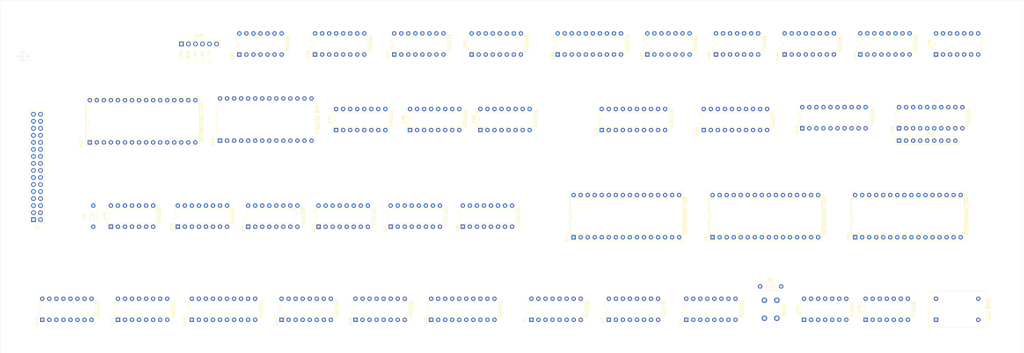
<source format=kicad_pcb>
(kicad_pcb (version 20211014) (generator pcbnew)
  (layers (0 "F.Cu" signal) (31 "B.Cu" signal) (34 "B.Paste" user) (35 "F.Paste" user) (36 "B.SilkS" user "B.Silkscreen") (37 "F.SilkS" user "F.Silkscreen") (38 "B.Mask" user) (39 "F.Mask" user) (44 "Edge.Cuts" user))
  (net 0 "")
  (net 1 "+5V")
  (net 2 "GND")
  (net 4 "/UART Transmitter/TX")
  (net 5 "/UART Receiver/RTS")
  (net 6 "/Memory/M15")
  (net 7 "/ALU/BUS7")
  (net 8 "/ALU/BUS6")
  (net 9 "/ALU/BUS5")
  (net 10 "/ALU/BUS4")
  (net 11 "/ALU/BUS3")
  (net 12 "/ALU/BUS2")
  (net 13 "/ALU/BUS1")
  (net 14 "/ALU/BUS0")
  (net 15 "PULSE")
  (net 16 "/Control Logic/~{AO}")
  (net 17 "/ALU/FLAG_C")
  (net 20 "/Control Logic/~{RO}")
  (net 21 "/Control Logic/TI")
  (net 24 "/Control Logic/AI")
  (net 27 "/Control Logic/BI")
  (net 28 "/ALU/FLAG_Z")
  (net 29 "/ALU/~{EO}")
  (net 30 "/ALU/ES")
  (net 31 "/Memory/M12")
  (net 32 "/Memory/M13")
  (net 33 "/Memory/M14")
  (net 34 "/Memory/M11")
  (net 35 "/Memory/M10")
  (net 36 "/Memory/M9")
  (net 37 "/Memory/M8")
  (net 38 "/Memory/M4")
  (net 39 "/Memory/M5")
  (net 40 "/Memory/M6")
  (net 41 "/Memory/M7")
  (net 42 "/Memory/M3")
  (net 43 "/Memory/M2")
  (net 44 "/Memory/M1")
  (net 45 "/Memory/M0")
  (net 47 "/Control Logic/~{BO}")
  (net 48 "/Control Logic/~{KI}")
  (net 51 "/Control Logic/RI")
  (net 52 "/Control Logic/CE")
  (net 53 "Net-(U7-Pad15)")
  (net 54 "~{RESET}")
  (net 55 "Net-(U8-Pad15)")
  (net 56 "CLOCK2")
  (net 57 "/Control Logic/Flag2")
  (net 58 "/Control Logic/Flag1")
  (net 59 "/Control Logic/Flag0")
  (net 60 "/Control Logic/~{TO}")
  (net 61 "/Control Logic/Step0")
  (net 62 "/Control Logic/Inst4")
  (net 63 "/Control Logic/Step1")
  (net 64 "/Control Logic/Inst5")
  (net 65 "/Control Logic/Step2")
  (net 66 "/Control Logic/Step3")
  (net 67 "/Control Logic/Inst0")
  (net 68 "/Control Logic/Inst1")
  (net 69 "/Control Logic/Inst2")
  (net 70 "/Control Logic/Inst3")
  (net 71 "/UART Receiver/RX")
  (net 72 "/Control Logic/~{IC}")
  (net 73 "Net-(U10-Pad10)")
  (net 74 "/Control Logic/BUSY")
  (net 75 "/Memory/BANK0")
  (net 76 "/Memory/BANK1")
  (net 78 "Net-(U12-Pad31)")
  (net 80 "Net-(U14-Pad11)")
  (net 81 "/Memory/BANK2")
  (net 82 "Net-(U14-Pad12)")
  (net 83 "Net-(U14-Pad13)")
  (net 84 "Net-(U14-Pad14)")
  (net 85 "Net-(U14-Pad15)")
  (net 86 "/Memory/BANK3")
  (net 87 "Net-(U15-Pad15)")
  (net 88 "Net-(U15-Pad11)")
  (net 89 "Net-(U15-Pad12)")
  (net 90 "Net-(U15-Pad13)")
  (net 91 "Net-(U15-Pad14)")
  (net 92 "Net-(U17-Pad15)")
  (net 93 "Net-(U17-Pad11)")
  (net 94 "Net-(U17-Pad12)")
  (net 95 "/Control Logic/~{FI}")
  (net 96 "Net-(U17-Pad13)")
  (net 97 "Net-(U17-Pad14)")
  (net 98 "Net-(U25-Pad11)")
  (net 99 "Net-(U18-Pad11)")
  (net 101 "Net-(U18-Pad12)")
  (net 102 "Net-(U18-Pad13)")
  (net 103 "Net-(U18-Pad14)")
  (net 104 "/ALU/EC")
  (net 105 "/ALU/B4")
  (net 106 "/ALU/B5")
  (net 107 "/ALU/B6")
  (net 108 "/ALU/B7")
  (net 109 "/ALU/A7")
  (net 110 "/ALU/A6")
  (net 111 "/ALU/A5")
  (net 112 "/ALU/A4")
  (net 113 "/Control Logic/Flag3")
  (net 114 "/ALU/A3")
  (net 115 "/ALU/A2")
  (net 116 "/ALU/A1")
  (net 117 "/ALU/A0")
  (net 118 "/ALU/B0")
  (net 119 "/ALU/B1")
  (net 120 "/ALU/B2")
  (net 121 "CLOCK0")
  (net 122 "Net-(U24-Pad2)")
  (net 123 "Net-(U30-Pad2)")
  (net 124 "Net-(U24-Pad6)")
  (net 125 "/ALU/FLAG_N")
  (net 126 "Net-(U24-Pad11)")
  (net 127 "CLOCK3")
  (net 128 "CLOCK1")
  (net 129 "Net-(U24-Pad15)")
  (net 130 "Net-(U22-Pad2)")
  (net 131 "Net-(U25-Pad2)")
  (net 132 "Net-(U22-Pad8)")
  (net 133 "/Control Logic/~{CIH}")
  (net 134 "Net-(U25-Pad6)")
  (net 135 "/Control Logic/~{COH}")
  (net 136 "Net-(U25-Pad15)")
  (net 137 "Net-(U20-Pad11)")
  (net 138 "PUSLE")
  (net 139 "Net-(U24-Pad1)")
  (net 140 "Net-(U24-Pad4)")
  (net 141 "/Memory/~{INH}")
  (net 143 "/Control Logic/~{CIL}")
  (net 144 "/Control Logic/~{COL}")
  (net 145 "/Control Logic/ME")
  (net 146 "Net-(U24-Pad10)")
  (net 147 "Net-(U2-Pad9)")
  (net 148 "Net-(U24-Pad9)")
  (net 152 "/Control Logic/~{MIH}")
  (net 153 "/Control Logic/~{MIL}")
  (net 159 "Net-(U38-Pad10)")
  (net 161 "Net-(U37-Pad11)")
  (net 167 "Net-(U12-Pad22)")
  (net 168 "/Control Logic/II")
  (net 169 "Net-(U13-Pad20)")
  (net 170 "/ALU/B3")
  (net 171 "Net-(U24-Pad13)")
  (net 172 "Net-(U33-Pad11)")
  (net 173 "Net-(U25-Pad1)")
  (net 176 "Net-(U25-Pad4)")
  (net 177 "Net-(U31-Pad2)")
  (net 178 "Net-(U25-Pad13)")
  (net 179 "Net-(U30-Pad8)")
  (net 181 "Net-(U31-Pad6)")
  (net 182 "Net-(U40-Pad11)")
  (footprint "Package_DIP:DIP-16_W7.62mm" (layer "F.Cu") (at 92.725 147.31 90)
    (fp_text reference "U18")
    (fp_text value "74HC161")
  )
  (footprint "Package_DIP:DIP-16_W7.62mm" (layer "F.Cu") (at 66.04 147.32 90)
    (fp_text reference "U17")
    (fp_text value "74HC161")
  )
  (footprint "Package_DIP:DIP-16_W7.62mm" (layer "F.Cu") (at 6.985 147.32 90)
    (fp_text reference "U15")
    (fp_text value "74HC161")
  )
  (footprint "Package_DIP:DIP-16_W7.62mm" (layer "F.Cu") (at 247.62 51.415 90)
    (fp_text reference "U24")
    (fp_text value "74HC283")
  )
  (footprint "Package_DIP:DIP-16_W7.62mm" (layer "F.Cu") (at 274.925 51.415 90)
    (fp_text reference "U25")
    (fp_text value "74HC283")
  )
  (footprint "Package_DIP:DIP-20_W7.62mm" (layer "F.Cu") (at 33.645 147.32 90)
    (fp_text reference "U16")
    (fp_text value "74HC245")
  )
  (footprint "Package_DIP:DIP-20_W7.62mm" (layer "F.Cu") (at 181.605 78.73 90)
    (fp_text reference "U23")
    (fp_text value "74HC245")
  )
  (footprint "Package_DIP:DIP-16_W7.62mm" (layer "F.Cu") (at -20.32 147.32 90)
    (fp_text reference "U14")
    (fp_text value "74HC161")
  )
  (footprint "Package_DIP:DIP-20_W7.62mm" (layer "F.Cu") (at 120.02 147.31 90)
    (fp_text reference "U19")
    (fp_text value "74HC245")
  )
  (footprint "Package_DIP:DIP-28_W15.24mm" (layer "F.Cu") (at 43.825 82.555 90)
    (fp_text reference "U13")
    (fp_text value "CY62256 RAM")
  )
  (footprint "Package_DIP:DIP-20_W7.62mm" (layer "F.Cu") (at 165.7 51.425 90)
    (fp_text reference "U26")
    (fp_text value "74HC245")
  )
  (footprint "Package_DIP:DIP-16_W7.62mm" (layer "F.Cu") (at 53.985 113.665 90)
    (fp_text reference "U9")
    (fp_text value "74HC161")
  )
  (footprint "Package_DIP:DIP-16_W7.62mm" (layer "F.Cu") (at 79.39 113.675 90)
    (fp_text reference "U10")
    (fp_text value "74HC161")
  )
  (footprint "Package_DIP:DIP-20_W7.62mm" (layer "F.Cu") (at 253.995 78.095 90)
    (fp_text reference "U21")
    (fp_text value "74HC245")
  )
  (footprint "Package_DIP:DIP-16_W7.62mm" (layer "F.Cu") (at 105.425 113.655 90)
    (fp_text reference "U7")
    (fp_text value "74HC161")
  )
  (footprint "Package_DIP:DIP-16_W7.62mm" (layer "F.Cu") (at 131.46 113.655 90)
    (fp_text reference "U8")
    (fp_text value "74HC161")
  )
  (footprint "Package_DIP:DIP-16_W7.62mm" (layer "F.Cu") (at 212.105 147.31 90)
    (fp_text reference "U3")
    (fp_text value "74HC161")
  )
  (footprint "Package_DIP:DIP-14_W7.62mm" (layer "F.Cu") (at 198.07 51.415 90)
    (fp_text reference "U27")
    (fp_text value "74HC86")
  )
  (footprint "Package_DIP:DIP-14_W7.62mm" (layer "F.Cu") (at 222.835 51.415 90)
    (fp_text reference "U28")
    (fp_text value "74HC86")
  )
  (footprint "Connector_PinSocket_2.54mm:PinSocket_1x06_P2.54mm_Vertical" (layer "F.Cu") (at 29.885 47.6 90)
    (fp_text reference "J1" hide)
    (fp_text value "UART")
  )
  (footprint "Package_DIP:DIP-32_W15.24mm_Socket" (layer "F.Cu") (at -3.175 83.19 90)
    (fp_text reference "U12")
    (fp_text value "SST39SF040A FLASH")
  )
  (footprint "Package_DIP:DIP-14_W7.62mm" (layer "F.Cu") (at 302.255 51.425 90)
    (fp_text reference "U29")
    (fp_text value "74HC4078")
  )
  (footprint "Package_DIP:DIP-16_W7.62mm" (layer "F.Cu") (at 137.81 78.73 90)
    (fp_text reference "U39")
    (fp_text value "74HC165")
  )
  (footprint "Package_DIP:DIP-32_W15.24mm_Socket" (layer "F.Cu") (at 273.05 117.48 90)
    (fp_text reference "U6")
    (fp_text value "SST39SF010A LSB")
  )
  (footprint "Package_DIP:DIP-14_W7.62mm" (layer "F.Cu") (at 254.63 147.31 90)
    (fp_text reference "U31")
    (fp_text value "74HC04")
  )
  (footprint "Package_DIP:DIP-16_W7.62mm" (layer "F.Cu") (at 112.41 78.73 90)
    (fp_text reference "U38")
    (fp_text value "74HC165")
  )
  (footprint "Button_Switch_THT:SW_PUSH_6mm" (layer "F.Cu") (at 240.32 146.76 90)
    (fp_text reference "SW1")
    (fp_text value "RESET")
  )
  (footprint "Package_DIP:DIP-16_W7.62mm" (layer "F.Cu") (at 106.71 51.425 90)
    (fp_text reference "U34")
    (fp_text value "74HC193")
  )
  (footprint "Package_DIP:DIP-14_W7.62mm" (layer "F.Cu") (at 4.44 113.655 90)
    (fp_text reference "U40")
    (fp_text value "74HC00")
  )
  (footprint "Package_DIP:DIP-16_W7.62mm" (layer "F.Cu") (at 156.225 147.31 90)
    (fp_text reference "U1")
    (fp_text value "74HC161")
  )
  (footprint "Package_DIP:DIP-14_W7.62mm" (layer "F.Cu") (at 276.855 147.31 90)
    (fp_text reference "U22")
    (fp_text value "74HC08")
  )
  (footprint "Package_DIP:DIP-32_W15.24mm_Socket" (layer "F.Cu") (at 171.45 117.48 90)
    (fp_text reference "U4")
    (fp_text value "SST39SF010A HSB")
  )
  (footprint "Package_DIP:DIP-14_W7.62mm" (layer "F.Cu") (at 50.81 51.435 90)
    (fp_text reference "U30")
    (fp_text value "74HC00")
  )
  (footprint "Package_DIP:DIP-16_W7.62mm" (layer "F.Cu") (at 85.725 78.74 90)
    (fp_text reference "U37")
    (fp_text value "74HC161")
  )
  (footprint "Package_DIP:DIP-32_W15.24mm_Socket" (layer "F.Cu") (at 221.615 117.48 90)
    (fp_text reference "U5")
    (fp_text value "SST39SF010A MSB")
  )
  (footprint "Connector_PinSocket_2.54mm:PinSocket_2x16_P2.54mm_Vertical" (layer "F.Cu") (at -23.495 111.125 180)
    (fp_text reference "J2")
    (fp_text value "EXPANSION PORT")
  )
  (footprint "Package_DIP:DIP-20_W7.62mm" (layer "F.Cu") (at 288.915 78.095 90)
    (fp_text reference "U32")
    (fp_text value "74HC574")
  )
  (footprint "Resistor_THT:R_Axial_DIN0207_L6.3mm_D2.5mm_P7.62mm_Horizontal" (layer "F.Cu") (at -1.905 113.665 90)
    (fp_text reference "R2")
    (fp_text value "4.7k")
  )
  (footprint "Package_DIP:DIP-16_W7.62mm" (layer "F.Cu") (at 134.635 51.435 90)
    (fp_text reference "U35")
    (fp_text value "74HC595")
  )
  (footprint "Resistor_THT:R_Array_SIP9" (layer "F.Cu") (at 288.91 82.55)
    (fp_text reference "RN1")
    (fp_text value "470")
  )
  (footprint "Package_DIP:DIP-16_W7.62mm" (layer "F.Cu") (at 78.135 51.425 90)
    (fp_text reference "U33")
    (fp_text value "74HC161")
  )
  (footprint "Package_DIP:DIP-16_W7.62mm" (layer "F.Cu") (at 184.165 147.31 90)
    (fp_text reference "U2")
    (fp_text value "74HC174")
  )
  (footprint "Oscillator:Oscillator_DIP-14" (layer "F.Cu") (at 302.26 147.32)
    (fp_text reference "X1")
    (fp_text value "max. 8MHz")
  )
  (footprint "Package_DIP:DIP-16_W7.62mm" (layer "F.Cu") (at 28.6 113.655 90)
    (fp_text reference "U11")
    (fp_text value "74HC161")
  )
  (footprint "Resistor_THT:R_Axial_DIN0207_L6.3mm_D2.5mm_P7.62mm_Horizontal" (layer "F.Cu") (at 238.76 135.255)
    (fp_text reference "R1")
    (fp_text value "4.7k")
  )
  (footprint "Package_DIP:DIP-20_W7.62mm" (layer "F.Cu") (at 218.435 78.73 90)
    (fp_text reference "U20")
    (fp_text value "74HC574")
  )
  (gr_rect (start -35.56 31.75) (end 334.01 159.385) (layer "Edge.Cuts") (width 0.05) (fill none))
  (gr_text "GND" (at 29.86 51.435 90) (layer "F.SilkS") (effects (font (size 1 1))))
  (gr_text "<- TX" (at 40.02 52.705 90) (layer "F.SilkS") (effects (font (size 1 1))))
  (gr_text "-> RX" (at 37.48 52.705 90) (layer "F.SilkS") (effects (font (size 1 1))))
  (gr_text "<-RTS" (at 32.4 52.705 90) (layer "F.SilkS") (effects (font (size 1 1))))
  (gr_text "-> 5V" (at 34.94 52.705 90) (layer "F.SilkS") (effects (font (size 1 1))))
  (target plus (at -27.305 52.07) (size 5) (width 0.05) (layer "Edge.Cuts"))
  (target plus (at -27.305 52.07) (size 5) (width 0.05) (layer "Edge.Cuts"))
  (target plus (at 71.755 107.315) (size 5) (width 0.05) (layer "Edge.Cuts"))
)
</source>
